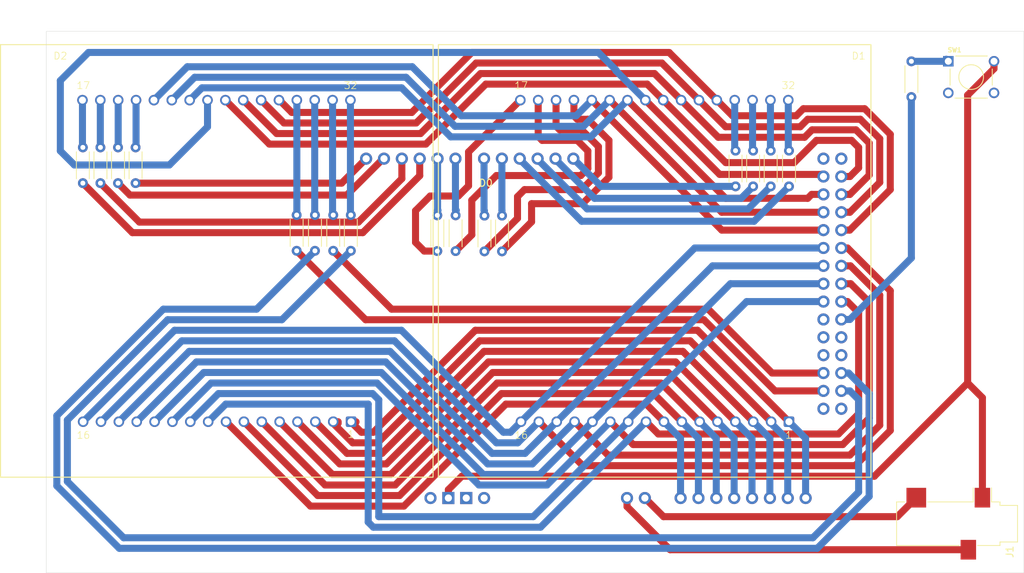
<source format=kicad_pcb>
(kicad_pcb (version 20240108) (generator "pcbnew") (generator_version "8.0")
  (layers (0 "F.Cu" signal) (31 "B.Cu" signal) (34 "B.Paste" user) (35 "F.Paste" user) (36 "B.SilkS" user "B.Silkscreen") (37 "F.SilkS" user "F.Silkscreen") (38 "B.Mask" user) (39 "F.Mask" user) (44 "Edge.Cuts" user))
  (net 0 "")
  (net 1 "Net-(D2-R4)")
  (net 2 "Net-(D2-R2)")
  (net 3 "Net-(D2-R5)")
  (net 4 "Net-(D1-R7)")
  (net 5 "Net-(D1-R3)")
  (net 6 "Net-(D1-R8)")
  (net 7 "/D12")
  (net 8 "Net-(D1-R5)")
  (net 9 "/D7")
  (net 11 "Net-(D1-R4)")
  (net 12 "/D5")
  (net 13 "Net-(D2-R3)")
  (net 14 "Net-(D2-R1)")
  (net 15 "Net-(D2-R8)")
  (net 16 "Net-(D2-R6)")
  (net 17 "Net-(D1-R6)")
  (net 18 "Net-(D2-R7)")
  (net 21 "/D35")
  (net 22 "/D10")
  (net 23 "/D11")
  (net 25 "/A13")
  (net 27 "/D25")
  (net 28 "/D29")
  (net 29 "/A15")
  (net 31 "/D37")
  (net 32 "/GND")
  (net 33 "/D2")
  (net 34 "/A9")
  (net 36 "/A12")
  (net 38 "/D9")
  (net 39 "/D44")
  (net 40 "/A10")
  (net 41 "/D26")
  (net 44 "/A7")
  (net 45 "/D24")
  (net 46 "/D47")
  (net 48 "/D22")
  (net 49 "/D3")
  (net 50 "/D46")
  (net 51 "/D45")
  (net 52 "/D36")
  (net 53 "/D32")
  (net 54 "/D31")
  (net 55 "/D27")
  (net 56 "Net-(D1-R1)")
  (net 57 "Net-(D1-R2)")
  (net 58 "/D28")
  (net 59 "/A8")
  (net 60 "/D8")
  (net 61 "/A14")
  (net 62 "/D33")
  (net 64 "/D34")
  (net 65 "Net-(R17-Pad1)")
  (net 66 "/D6")
  (net 67 "/A11")
  (net 68 "/D23")
  (net 69 "/D13")
  (net 70 "/D4")
  (net 71 "/D30")
  (net 72 "/A6")
  (net 73 "/D39")
  (footprint "Resistor_THT:R_Axial_DIN0204_L3.6mm_D1.6mm_P5.08mm_Horizontal" (layer "F.Cu") (at 225.5 105.46 -90)
    (property "Reference" "R6" (hide yes))
    (property "Value" "110Ω" (hide yes))
  )
  (footprint "Resistor_THT:R_Axial_DIN0204_L3.6mm_D1.6mm_P5.08mm_Horizontal" (layer "F.Cu") (at 248 92.76 -90)
    (property "Reference" "R17" (hide yes))
    (property "Value" "10KΩ" (hide yes))
  )
  (footprint "Resistor_THT:R_Axial_DIN0204_L3.6mm_D1.6mm_P5.08mm_Horizontal" (layer "F.Cu") (at 165.8 114.62 -90)
    (property "Reference" "R15" (hide yes))
    (property "Value" "110Ω" (hide yes))
  )
  (footprint "Connector_Audio:Jack_3.5mm_CUI_SJ-3523-SMT_Horizontal" (layer "F.Cu") (at 254.5 158.5 -90)
    (property "Reference" "J1")
    (property "Value" "Barrel_Jack")
  )
  (footprint "Resistor_THT:R_Axial_DIN0204_L3.6mm_D1.6mm_P5.08mm_Horizontal" (layer "F.Cu") (at 130.2 105 -90)
    (property "Reference" "R9" (hide yes))
    (property "Value" "110Ω" (hide yes))
  )
  (footprint "Resistor_THT:R_Axial_DIN0204_L3.6mm_D1.6mm_P5.08mm_Horizontal" (layer "F.Cu") (at 135.2 105 -90)
    (property "Reference" "R11" (hide yes))
    (property "Value" "110Ω" (hide yes))
  )
  (footprint "Resistor_THT:R_Axial_DIN0204_L3.6mm_D1.6mm_P5.08mm_Horizontal" (layer "F.Cu") (at 230.6 105.46 -90)
    (property "Reference" "R8" (hide yes))
    (property "Value" "110Ω" (hide yes))
  )
  (footprint "Resistor_THT:R_Axial_DIN0204_L3.6mm_D1.6mm_P5.08mm_Horizontal" (layer "F.Cu") (at 180.6 119.74 90)
    (property "Reference" "R1" (hide yes))
    (property "Value" "110Ω" (hide yes))
  )
  (footprint "Resistor_THT:R_Axial_DIN0204_L3.6mm_D1.6mm_P5.08mm_Horizontal" (layer "F.Cu") (at 187.3 119.78 90)
    (property "Reference" "R3" (hide yes))
    (property "Value" "110Ω" (hide yes))
  )
  (footprint "LED Matrix:ORM-2388ARGB-L" (layer "F.Cu") (at 149.245037 92.389543)
    (property "Reference" "D2")
    (property "Value" "ORM-2388ARGB-L")
  )
  (footprint "Resistor_THT:R_Axial_DIN0204_L3.6mm_D1.6mm_P5.08mm_Horizontal" (layer "F.Cu") (at 137.7 105 -90)
    (property "Reference" "R12" (hide yes))
    (property "Value" "110Ω" (hide yes))
  )
  (footprint "Resistor_THT:R_Axial_DIN0204_L3.6mm_D1.6mm_P5.08mm_Horizontal" (layer "F.Cu") (at 160.6 114.62 -90)
    (property "Reference" "R13" (hide yes))
    (property "Value" "110Ω" (hide yes))
  )
  (footprint "Resistor_THT:R_Axial_DIN0204_L3.6mm_D1.6mm_P5.08mm_Horizontal" (layer "F.Cu") (at 183.2 119.74 90)
    (property "Reference" "R2" (hide yes))
    (property "Value" "110Ω" (hide yes))
  )
  (footprint "Resistor_THT:R_Axial_DIN0204_L3.6mm_D1.6mm_P5.08mm_Horizontal" (layer "F.Cu") (at 223 105.46 -90)
    (property "Reference" "R5" (hide yes))
    (property "Value" "110Ω" (hide yes))
  )
  (footprint "Resistor_THT:R_Axial_DIN0204_L3.6mm_D1.6mm_P5.08mm_Horizontal" (layer "F.Cu") (at 163.2 114.62 -90)
    (property "Reference" "R14" (hide yes))
    (property "Value" "110Ω" (hide yes))
  )
  (footprint "Resistor_THT:R_Axial_DIN0204_L3.6mm_D1.6mm_P5.08mm_Horizontal" (layer "F.Cu") (at 189.8 119.78 90)
    (property "Reference" "R4" (hide yes))
    (property "Value" "110Ω" (hide yes))
  )
  (footprint "Button_Switch_THT:SW_1825910-6-4" (layer "F.Cu") (at 256.5 95)
    (property "Reference" "SW1")
    (property "Value" "SW_Push")
  )
  (footprint "Resistor_THT:R_Axial_DIN0204_L3.6mm_D1.6mm_P5.08mm_Horizontal" (layer "F.Cu") (at 132.7 105 -90)
    (property "Reference" "R10" (hide yes))
    (property "Value" "110Ω" (hide yes))
  )
  (footprint "Resistor_THT:R_Axial_DIN0204_L3.6mm_D1.6mm_P5.08mm_Horizontal" (layer "F.Cu") (at 168.3 114.62 -90)
    (property "Reference" "R16" (hide yes))
    (property "Value" "110Ω" (hide yes))
  )
  (footprint "Resistor_THT:R_Axial_DIN0204_L3.6mm_D1.6mm_P5.08mm_Horizontal" (layer "F.Cu") (at 228 105.46 -90)
    (property "Reference" "R7" (hide yes))
    (property "Value" "110Ω" (hide yes))
  )
  (footprint "LED Matrix:ORM-2388ARGB-L" (layer "F.Cu") (at 211.5 92.389543)
    (property "Reference" "D1")
    (property "Value" "ORM-2388ARGB-L")
  )
  (footprint "Arduino:Arduino_Mega2560_R3_Shield" (layer "F.Cu") (at 141.52 157.4)
    (property "Reference" "A1" (hide yes))
    (property "Value" "Arduino_Mega2560_R3_Shield")
  )
  (gr_rect (start 125 88.5) (end 264 165.5) (stroke (width 0.05)) (fill none) (layer "Edge.Cuts"))
  (segment (start 137.765037 98.279543) (end 137.765037 104.934963) (width 1) (layer "B.Cu") (net 1))
  (segment (start 132.685037 98.279543) (end 132.685037 104.985037) (width 1) (layer "B.Cu") (net 2))
  (segment (start 160.625037 98.279543) (end 160.625037 114.594963) (width 1) (layer "B.Cu") (net 3))
  (segment (start 160.625037 114.594963) (end 160.6 114.62) (width 1) (layer "B.Cu") (net 3))
  (segment (start 227.96 105.42) (end 228 105.46) (width 1) (layer "B.Cu") (net 4))
  (segment (start 227.96 98.279543) (end 227.96 105.42) (width 1) (layer "B.Cu") (net 4))
  (segment (start 203.5 104.87868) (end 201.12132 102.5) (width 1) (layer "F.Cu") (net 5))
  (segment (start 201.12132 102.5) (end 198 102.5) (width 1) (layer "F.Cu") (net 5))
  (segment (start 193 111) (end 201.12132 111) (width 1) (layer "F.Cu") (net 5))
  (segment (start 201.12132 111) (end 203.5 108.62132) (width 1) (layer "F.Cu") (net 5))
  (segment (start 192 115.08) (end 192 112) (width 1) (layer "F.Cu") (net 5))
  (segment (start 192 112) (end 193 111) (width 1) (layer "F.Cu") (net 5))
  (segment (start 187.3 119.78) (end 192 115.08) (width 1) (layer "F.Cu") (net 5))
  (segment (start 203.5 108.62132) (end 203.5 104.87868) (width 1) (layer "F.Cu") (net 5))
  (segment (start 198 102.5) (end 197.48 101.98) (width 1) (layer "F.Cu") (net 5))
  (segment (start 197.48 101.98) (end 197.48 98.279543) (width 1) (layer "F.Cu") (net 5))
  (segment (start 230.5 98.279543) (end 230.5 105.36) (width 1) (layer "B.Cu") (net 6))
  (segment (start 230.5 105.36) (end 230.6 105.46) (width 1) (layer "B.Cu") (net 6))
  (segment (start 135.2 110.08) (end 136.9 111.78) (width 1) (layer "F.Cu") (net 7))
  (segment (start 136.9 111.78) (end 167.72 111.78) (width 1) (layer "F.Cu") (net 7))
  (segment (start 167.72 111.78) (end 173.016 106.484) (width 1) (layer "F.Cu") (net 7))
  (segment (start 222.88 105.34) (end 223 105.46) (width 1) (layer "B.Cu") (net 8))
  (segment (start 222.88 98.279543) (end 222.88 105.34) (width 1) (layer "B.Cu") (net 8))
  (segment (start 187.24 113.94) (end 187.3 114) (width 1) (layer "B.Cu") (net 9))
  (segment (start 187.24 106.6) (end 187.24 113.94) (width 1) (layer "B.Cu") (net 9))
  (segment (start 189.8 119.78) (end 194 115.58) (width 1) (layer "F.Cu") (net 11))
  (segment (start 202 101) (end 200.5 101) (width 1) (layer "F.Cu") (net 11))
  (segment (start 205 109.24264) (end 205 104) (width 1) (layer "F.Cu") (net 11))
  (segment (start 194 113) (end 201.24264 113) (width 1) (layer "F.Cu") (net 11))
  (segment (start 194 115.58) (end 194 113) (width 1) (layer "F.Cu") (net 11))
  (segment (start 200.02 100.52) (end 200.02 98.279543) (width 1) (layer "F.Cu") (net 11))
  (segment (start 205 104) (end 202 101) (width 1) (layer "F.Cu") (net 11))
  (segment (start 200.5 101) (end 200.02 100.52) (width 1) (layer "F.Cu") (net 11))
  (segment (start 201.24264 113) (end 205 109.24264) (width 1) (layer "F.Cu") (net 11))
  (segment (start 192.32 106.695529) (end 192.32 106.6) (width 1) (layer "B.Cu") (net 12))
  (segment (start 230.6 110.54) (end 225.64 115.5) (width 1) (layer "B.Cu") (net 12))
  (segment (start 201.124471 115.5) (end 192.32 106.695529) (width 1) (layer "B.Cu") (net 12))
  (segment (start 225.64 115.5) (end 201.124471 115.5) (width 1) (layer "B.Cu") (net 12))
  (segment (start 135.225037 98.279543) (end 135.225037 104.974963) (width 1) (layer "B.Cu") (net 13))
  (segment (start 130.145037 98.279543) (end 130.145037 104.945037) (width 1) (layer "B.Cu") (net 14))
  (segment (start 168.245037 114.565037) (end 168.3 114.62) (width 1) (layer "B.Cu") (net 15))
  (segment (start 168.245037 98.279543) (end 168.245037 114.565037) (width 1) (layer "B.Cu") (net 15))
  (segment (start 163.165037 114.585037) (end 163.2 114.62) (width 1) (layer "B.Cu") (net 16))
  (segment (start 163.165037 98.279543) (end 163.165037 114.585037) (width 1) (layer "B.Cu") (net 16))
  (segment (start 225.42 98.279543) (end 225.42 105.38) (width 1) (layer "B.Cu") (net 17))
  (segment (start 225.42 105.38) (end 225.5 105.46) (width 1) (layer "B.Cu") (net 17))
  (segment (start 165.705037 98.279543) (end 165.705037 114.525037) (width 1) (layer "B.Cu") (net 18))
  (segment (start 165.705037 114.525037) (end 165.8 114.62) (width 1) (layer "B.Cu") (net 18))
  (segment (start 208.444963 147.25) (end 238.25 147.25) (width 1) (layer "F.Cu") (net 21))
  (segment (start 239.38 124.38) (end 238.04 124.38) (width 1) (layer "F.Cu") (net 21))
  (segment (start 242 143.5) (end 242 127) (width 1) (layer "F.Cu") (net 21))
  (segment (start 238.25 147.25) (end 242 143.5) (width 1) (layer "F.Cu") (net 21))
  (segment (start 205.194963 144) (end 208.444963 147.25) (width 1) (layer "F.Cu") (net 21))
  (segment (start 242 127) (end 239.38 124.38) (width 1) (layer "F.Cu") (net 21))
  (segment (start 148.44 138.5) (end 172.01472 138.5) (width 1) (layer "B.Cu") (net 21))
  (segment (start 142.94 144) (end 148.44 138.5) (width 1) (layer "B.Cu") (net 21))
  (segment (start 172.01472 138.5) (end 186.51472 153) (width 1) (layer "B.Cu") (net 21))
  (segment (start 186.51472 153) (end 196.194963 153) (width 1) (layer "B.Cu") (net 21))
  (segment (start 196.194963 153) (end 205.194963 144) (width 1) (layer "B.Cu") (net 21))
  (segment (start 178.096 109.02532) (end 178.096 106.6) (width 1) (layer "F.Cu") (net 22))
  (segment (start 137.24 117.12) (end 170.00132 117.12) (width 1) (layer "F.Cu") (net 22))
  (segment (start 170.00132 117.12) (end 178.096 109.02532) (width 1) (layer "F.Cu") (net 22))
  (segment (start 130.2 110.08) (end 137.24 117.12) (width 1) (layer "F.Cu") (net 22))
  (segment (start 132.7 110.08) (end 138.24 115.62) (width 1) (layer "F.Cu") (net 23))
  (segment (start 138.24 115.62) (end 169.38 115.62) (width 1) (layer "F.Cu") (net 23))
  (segment (start 169.38 115.62) (end 175.556 109.444) (width 1) (layer "F.Cu") (net 23))
  (segment (start 175.556 109.444) (end 175.556 106.6) (width 1) (layer "F.Cu") (net 23))
  (segment (start 225.514963 144) (end 215.514963 134) (width 1) (layer "F.Cu") (net 25))
  (segment (start 167.76 148.5) (end 163.26 144) (width 1) (layer "F.Cu") (net 25))
  (segment (start 187.24264 134) (end 172.74264 148.5) (width 1) (layer "F.Cu") (net 25))
  (segment (start 215.514963 134) (end 187.24264 134) (width 1) (layer "F.Cu") (net 25))
  (segment (start 172.74264 148.5) (end 167.76 148.5) (width 1) (layer "F.Cu") (net 25))
  (segment (start 225.514963 144) (end 227.88 146.365037) (width 1) (layer "B.Cu") (net 25))
  (segment (start 227.88 146.365037) (end 227.88 154.16) (width 1) (layer "B.Cu") (net 25))
  (segment (start 220.541117 103.56066) (end 232.81802 103.56066) (width 1) (layer "F.Cu") (net 27))
  (segment (start 239.261314 111.68) (end 238.04 111.68) (width 1) (layer "F.Cu") (net 27))
  (segment (start 178.213097 103.029543) (end 186.74264 94.5) (width 1) (layer "F.Cu") (net 27))
  (segment (start 232.81802 103.56066) (end 233.87868 102.5) (width 1) (layer "F.Cu") (net 27))
  (segment (start 186.74264 94.5) (end 211.480457 94.5) (width 1) (layer "F.Cu") (net 27))
  (segment (start 211.480457 94.5) (end 215.26 98.279543) (width 1) (layer "F.Cu") (net 27))
  (segment (start 242 108.941314) (end 239.261314 111.68) (width 1) (layer "F.Cu") (net 27))
  (segment (start 242 104.37868) (end 242 108.941314) (width 1) (layer "F.Cu") (net 27))
  (segment (start 240.12132 102.5) (end 242 104.37868) (width 1) (layer "F.Cu") (net 27))
  (segment (start 233.87868 102.5) (end 240.12132 102.5) (width 1) (layer "F.Cu") (net 27))
  (segment (start 215.26 98.279543) (end 220.541117 103.56066) (width 1) (layer "F.Cu") (net 27))
  (segment (start 153.005037 98.279543) (end 157.755037 103.029543) (width 1) (layer "F.Cu") (net 27))
  (segment (start 157.755037 103.029543) (end 178.213097 103.029543) (width 1) (layer "F.Cu") (net 27))
  (segment (start 176.970457 100.029543) (end 185.5 91.5) (width 1) (layer "F.Cu") (net 28))
  (segment (start 158.279543 98.408923) (end 159.900163 100.029543) (width 1) (layer "F.Cu") (net 28))
  (segment (start 158.085037 98.279543) (end 158.279543 98.279543) (width 1) (layer "F.Cu") (net 28))
  (segment (start 231.63604 100.5) (end 232.63604 99.5) (width 1) (layer "F.Cu") (net 28))
  (segment (start 213.560457 91.5) (end 220.34 98.279543) (width 1) (layer "F.Cu") (net 28))
  (segment (start 220.34 98.279543) (end 222.560457 100.5) (width 1) (layer "F.Cu") (net 28))
  (segment (start 245 103.13604) (end 245 111) (width 1) (layer "F.Cu") (net 28))
  (segment (start 239.24 116.76) (end 238.04 116.76) (width 1) (layer "F.Cu") (net 28))
  (segment (start 232.63604 99.5) (end 241.36396 99.5) (width 1) (layer "F.Cu") (net 28))
  (segment (start 158.279543 98.279543) (end 158.279543 98.408923) (width 1) (layer "F.Cu") (net 28))
  (segment (start 245 111) (end 239.24 116.76) (width 1) (layer "F.Cu") (net 28))
  (segment (start 222.560457 100.5) (end 231.63604 100.5) (width 1) (layer "F.Cu") (net 28))
  (segment (start 159.900163 100.029543) (end 176.970457 100.029543) (width 1) (layer "F.Cu") (net 28))
  (segment (start 241.36396 99.5) (end 245 103.13604) (width 1) (layer "F.Cu") (net 28))
  (segment (start 185.5 91.5) (end 213.560457 91.5) (width 1) (layer "F.Cu") (net 28))
  (segment (start 169.8 145.5) (end 171.5 145.5) (width 1) (layer "F.Cu") (net 29))
  (segment (start 169.04 144) (end 169.04 144.04) (width 1) (layer "F.Cu") (net 29))
  (segment (start 186 131) (end 217.594963 131) (width 1) (layer "F.Cu") (net 29))
  (segment (start 171.5 145.5) (end 186 131) (width 1) (layer "F.Cu") (net 29))
  (segment (start 168.34 144.04) (end 169.8 145.5) (width 1) (layer "F.Cu") (net 29))
  (segment (start 217.594963 131) (end 230.594963 144) (width 1) (layer "F.Cu") (net 29))
  (segment (start 230.594963 144) (end 232.96 146.365037) (width 1) (layer "B.Cu") (net 29))
  (segment (start 232.96 146.365037) (end 232.96 154.16) (width 1) (layer "B.Cu") (net 29))
  (segment (start 238.92 126.92) (end 238.04 126.92) (width 1) (layer "F.Cu") (net 31))
  (segment (start 210.274963 144) (end 212.024963 145.75) (width 1) (layer "F.Cu") (net 31))
  (segment (start 240.5 142.87868) (end 240.5 128.5) (width 1) (layer "F.Cu") (net 31))
  (segment (start 212.024963 145.75) (end 237.62868 145.75) (width 1) (layer "F.Cu") (net 31))
  (segment (start 237.62868 145.75) (end 240.5 142.87868) (width 1) (layer "F.Cu") (net 31))
  (segment (start 240.5 128.5) (end 238.92 126.92) (width 1) (layer "F.Cu") (net 31))
  (segment (start 171.5 159) (end 195.274963 159) (width 1) (layer "B.Cu") (net 31))
  (segment (start 148.02 144) (end 150.52 141.5) (width 1) (layer "B.Cu") (net 31))
  (segment (start 170.77208 158.27208) (end 171.5 159) (width 1) (layer "B.Cu") (net 31))
  (segment (start 170.77208 141.5) (end 170.77208 158.27208) (width 1) (layer "B.Cu") (net 31))
  (segment (start 195.274963 159) (end 210.274963 144) (width 1) (layer "B.Cu") (net 31))
  (segment (start 150.52 141.5) (end 170.77208 141.5) (width 1) (layer "B.Cu") (net 31))
  (segment (start 259.75 92.75) (end 259.75 93.809245) (width 1) (layer "F.Cu") (net 32))
  (segment (start 256 97.559245) (end 256 138.49264) (width 1) (layer "F.Cu") (net 32))
  (segment (start 184.0828 151.75) (end 242.74264 151.75) (width 1) (layer "F.Cu") (net 32))
  (segment (start 258.1 153.3) (end 258.1 140.59264) (width 1) (layer "F.Cu") (net 32))
  (segment (start 182.17 153.6628) (end 184.0828 151.75) (width 1) (layer "F.Cu") (net 32))
  (segment (start 242.74264 151.75) (end 256 138.49264) (width 1) (layer "F.Cu") (net 32))
  (segment (start 258.1 140.59264) (end 256 138.49264) (width 1) (layer "F.Cu") (net 32))
  (segment (start 259.75 93.809245) (end 256 97.559245) (width 1) (layer "F.Cu") (net 32))
  (segment (start 182.17 154.85) (end 182.17 153.6628) (width 1) (layer "F.Cu") (net 32))
  (segment (start 203.88 110.54) (end 199.94 106.6) (width 1) (layer "B.Cu") (net 33))
  (segment (start 223 110.54) (end 203.88 110.54) (width 1) (layer "B.Cu") (net 33))
  (segment (start 189.72792 140) (end 175.22792 154.5) (width 1) (layer "F.Cu") (net 34))
  (segment (start 175.22792 154.5) (end 163.6 154.5) (width 1) (layer "F.Cu") (net 34))
  (segment (start 215.354963 144) (end 211.354963 140) (width 1) (layer "F.Cu") (net 34))
  (segment (start 211.354963 140) (end 189.72792 140) (width 1) (layer "F.Cu") (net 34))
  (segment (start 163.6 154.5) (end 153.1 144) (width 1) (layer "F.Cu") (net 34))
  (segment (start 217.72 146.365037) (end 217.72 154.16) (width 1) (layer "B.Cu") (net 34))
  (segment (start 215.354963 144) (end 217.72 146.365037) (width 1) (layer "B.Cu") (net 34))
  (segment (start 187.86396 135.5) (end 173.36396 150) (width 1) (layer "F.Cu") (net 36))
  (segment (start 173.36396 150) (end 166.72 150) (width 1) (layer "F.Cu") (net 36))
  (segment (start 166.72 150) (end 160.72 144) (width 1) (layer "F.Cu") (net 36))
  (segment (start 222.974963 144) (end 214.474963 135.5) (width 1) (layer "F.Cu") (net 36))
  (segment (start 214.474963 135.5) (end 187.86396 135.5) (width 1) (layer "F.Cu") (net 36))
  (segment (start 225.34 146.365037) (end 225.34 154.16) (width 1) (layer "B.Cu") (net 36))
  (segment (start 222.974963 144) (end 225.34 146.365037) (width 1) (layer "B.Cu") (net 36))
  (segment (start 180.636 113.924) (end 180.6 113.96) (width 1) (layer "B.Cu") (net 38))
  (segment (start 180.636 113.896) (end 180.7 113.96) (width 1) (layer "B.Cu") (net 38))
  (segment (start 180.636 106.6) (end 180.636 113.924) (width 1) (layer "B.Cu") (net 38))
  (segment (start 219.12132 128) (end 228.20132 137.08) (width 1) (layer "F.Cu") (net 39))
  (segment (start 165.8 119.7) (end 174.1 128) (width 1) (layer "F.Cu") (net 39))
  (segment (start 228.20132 137.08) (end 235.5 137.08) (width 1) (layer "F.Cu") (net 39))
  (segment (start 174.1 128) (end 219.12132 128) (width 1) (layer "F.Cu") (net 39))
  (segment (start 235.42 137) (end 235.5 137.08) (width 1) (layer "B.Cu") (net 39))
  (segment (start 189.1066 138.5) (end 174.6066 153) (width 1) (layer "F.Cu") (net 40))
  (segment (start 164.64 153) (end 155.64 144) (width 1) (layer "F.Cu") (net 40))
  (segment (start 174.6066 153) (end 164.64 153) (width 1) (layer "F.Cu") (net 40))
  (segment (start 217.894963 144) (end 212.394963 138.5) (width 1) (layer "F.Cu") (net 40))
  (segment (start 212.394963 138.5) (end 189.1066 138.5) (width 1) (layer "F.Cu") (net 40))
  (segment (start 220.26 146.365037) (end 220.26 154.16) (width 1) (layer "B.Cu") (net 40))
  (segment (start 217.894963 144) (end 220.26 146.365037) (width 1) (layer "B.Cu") (net 40))
  (segment (start 205.1 98.279543) (end 221.040457 114.22) (width 1) (layer "F.Cu") (net 41))
  (segment (start 221.040457 114.22) (end 235.5 114.22) (width 1) (layer "F.Cu") (net 41))
  (segment (start 183.12132 102) (end 176.150863 95.029543) (width 1) (layer "B.Cu") (net 41))
  (segment (start 146.095037 95.029543) (end 142.845037 98.279543) (width 1) (layer "B.Cu") (net 41))
  (segment (start 176.150863 95.029543) (end 146.095037 95.029543) (width 1) (layer "B.Cu") (net 41))
  (segment (start 183.12132 102) (end 201.379543 102) (width 1) (layer "B.Cu") (net 41))
  (segment (start 201.379543 102) (end 205.1 98.279543) (width 1) (layer "B.Cu") (net 41))
  (segment (start 212.76 157.5) (end 210.11 154.85) (width 1) (layer "F.Cu") (net 44))
  (segment (start 248.7 154.8) (end 246 157.5) (width 1) (layer "F.Cu") (net 44))
  (segment (start 246 157.5) (end 212.76 157.5) (width 1) (layer "F.Cu") (net 44))
  (segment (start 233.82 111.68) (end 235.5 111.68) (width 1) (layer "F.Cu") (net 45))
  (segment (start 233.26 112.24) (end 233.82 111.68) (width 1) (layer "F.Cu") (net 45))
  (segment (start 207.64 98.279543) (end 221.600457 112.24) (width 1) (layer "F.Cu") (net 45))
  (segment (start 221.600457 112.24) (end 233.26 112.24) (width 1) (layer "F.Cu") (net 45))
  (segment (start 147.135037 96.529543) (end 145.385037 98.279543) (width 1) (layer "B.Cu") (net 45))
  (segment (start 202.419543 103.5) (end 207.64 98.279543) (width 1) (layer "B.Cu") (net 45))
  (segment (start 182.5 103.5) (end 175.529543 96.529543) (width 1) (layer "B.Cu") (net 45))
  (segment (start 175.529543 96.529543) (end 147.135037 96.529543) (width 1) (layer "B.Cu") (net 45))
  (segment (start 182.5 103.5) (end 202.419543 103.5) (width 1) (layer "B.Cu") (net 45))
  (segment (start 168.3 119.7) (end 158.5 129.5) (width 1) (layer "B.Cu") (net 46))
  (segment (start 234 160.5) (end 240.5 154) (width 1) (layer "B.Cu") (net 46))
  (segment (start 128 143.765126) (end 128 152.5) (width 1) (layer "B.Cu") (net 46))
  (segment (start 142.265126 129.5) (end 128 143.765126) (width 1) (layer "B.Cu") (net 46))
  (segment (start 240.5 140.858686) (end 239.261314 139.62) (width 1) (layer "B.Cu") (net 46))
  (segment (start 158.5 129.5) (end 142.265126 129.5) (width 1) (layer "B.Cu") (net 46))
  (segment (start 128 152.5) (end 136 160.5) (width 1) (layer "B.Cu") (net 46))
  (segment (start 239.261314 139.62) (end 238.04 139.62) (width 1) (layer "B.Cu") (net 46))
  (segment (start 136 160.5) (end 234 160.5) (width 1) (layer "B.Cu") (net 46))
  (segment (start 240.5 154) (end 240.5 140.858686) (width 1) (layer "B.Cu") (net 46))
  (segment (start 220.740457 108.84) (end 235.2 108.84) (width 1) (layer "F.Cu") (net 48))
  (segment (start 210.18 98.279543) (end 220.740457 108.84) (width 1) (layer "F.Cu") (net 48))
  (segment (start 235.2 108.84) (end 235.5 109.14) (width 1) (layer "F.Cu") (net 48))
  (segment (start 206 94) (end 203.5 91.5) (width 1) (layer "B.Cu") (net 48))
  (segment (start 210.18 98.279543) (end 206 94.099543) (width 1) (layer "B.Cu") (net 48))
  (segment (start 147.925037 102.074963) (end 147.925037 98.279543) (width 1) (layer "B.Cu") (net 48))
  (segment (start 142.5 107.5) (end 147.925037 102.074963) (width 1) (layer "B.Cu") (net 48))
  (segment (start 127 105.5) (end 129 107.5) (width 1) (layer "B.Cu") (net 48))
  (segment (start 129 107.5) (end 142.5 107.5) (width 1) (layer "B.Cu") (net 48))
  (segment (start 131 91.5) (end 127 95.5) (width 1) (layer "B.Cu") (net 48))
  (segment (start 206 94.099543) (end 206 94) (width 1) (layer "B.Cu") (net 48))
  (segment (start 127 95.5) (end 127 105.5) (width 1) (layer "B.Cu") (net 48))
  (segment (start 203.5 91.5) (end 131 91.5) (width 1) (layer "B.Cu") (net 48))
  (segment (start 223.8 112.24) (end 202.944471 112.24) (width 1) (layer "B.Cu") (net 49))
  (segment (start 225.5 110.54) (end 223.8 112.24) (width 1) (layer "B.Cu") (net 49))
  (segment (start 197.4 106.695529) (end 197.4 106.6) (width 1) (layer "B.Cu") (net 49))
  (segment (start 202.944471 112.24) (end 197.4 106.695529) (width 1) (layer "B.Cu") (net 49))
  (segment (start 228.62 139.62) (end 235.5 139.62) (width 1) (layer "F.Cu") (net 50))
  (segment (start 160.6 119.7) (end 170.4 129.5) (width 1) (layer "F.Cu") (net 50))
  (segment (start 218.5 129.5) (end 228.62 139.62) (width 1) (layer "F.Cu") (net 50))
  (segment (start 170.4 129.5) (end 218.5 129.5) (width 1) (layer "F.Cu") (net 50))
  (segment (start 235.38 139.5) (end 235.5 139.62) (width 1) (layer "B.Cu") (net 50))
  (segment (start 234.62132 162) (end 242 154.62132) (width 1) (layer "B.Cu") (net 51))
  (segment (start 141.643806 128) (end 126.5 143.143806) (width 1) (layer "B.Cu") (net 51))
  (segment (start 135.37868 162) (end 234.62132 162) (width 1) (layer "B.Cu") (net 51))
  (segment (start 154.9 128) (end 141.643806 128) (width 1) (layer "B.Cu") (net 51))
  (segment (start 126.5 143.143806) (end 126.5 153.12132) (width 1) (layer "B.Cu") (net 51))
  (segment (start 163.2 119.7) (end 154.9 128) (width 1) (layer "B.Cu") (net 51))
  (segment (start 126.5 153.12132) (end 135.37868 162) (width 1) (layer "B.Cu") (net 51))
  (segment (start 242 154.62132) (end 242 140) (width 1) (layer "B.Cu") (net 51))
  (segment (start 239.08 137.08) (end 238.04 137.08) (width 1) (layer "B.Cu") (net 51))
  (segment (start 242 140) (end 239.08 137.08) (width 1) (layer "B.Cu") (net 51))
  (segment (start 172.27208 157.5) (end 194.234963 157.5) (width 1) (layer "B.Cu") (net 52))
  (segment (start 194.234963 157.5) (end 207.734963 144) (width 1) (layer "B.Cu") (net 52))
  (segment (start 224.58 126.92) (end 235.5 126.92) (width 1) (layer "B.Cu") (net 52))
  (segment (start 207.734963 144) (end 207.734963 143.765037) (width 1) (layer "B.Cu") (net 52))
  (segment (start 149.48 140) (end 171.3934 140) (width 1) (layer "B.Cu") (net 52))
  (segment (start 145.48 144) (end 149.48 140) (width 1) (layer "B.Cu") (net 52))
  (segment (start 207.734963 143.765037) (end 224.58 126.92) (width 1) (layer "B.Cu") (net 52))
  (segment (start 172.27208 140.87868) (end 172.27208 157.5) (width 1) (layer "B.Cu") (net 52))
  (segment (start 171.3934 140) (end 172.27208 140.87868) (width 1) (layer "B.Cu") (net 52))
  (segment (start 135.32 144) (end 145.32 134) (width 1) (layer "B.Cu") (net 53))
  (segment (start 197.574963 144) (end 219.734963 121.84) (width 1) (layer "B.Cu") (net 53))
  (segment (start 219.734963 121.84) (end 235.5 121.84) (width 1) (layer "B.Cu") (net 53))
  (segment (start 145.32 134) (end 173.87868 134) (width 1) (layer "B.Cu") (net 53))
  (segment (start 173.87868 134) (end 188.37868 148.5) (width 1) (layer "B.Cu") (net 53))
  (segment (start 193.074963 148.5) (end 197.574963 144) (width 1) (layer "B.Cu") (net 53))
  (segment (start 188.37868 148.5) (end 193.074963 148.5) (width 1) (layer "B.Cu") (net 53))
  (segment (start 245 145.25) (end 245 125.37868) (width 1) (layer "F.Cu") (net 54))
  (segment (start 238.92132 119.3) (end 238.04 119.3) (width 1) (layer "F.Cu") (net 54))
  (segment (start 240 150.25) (end 245 145.25) (width 1) (layer "F.Cu") (net 54))
  (segment (start 195.034963 144) (end 201.284963 150.25) (width 1) (layer "F.Cu") (net 54))
  (segment (start 201.284963 150.25) (end 240 150.25) (width 1) (layer "F.Cu") (net 54))
  (segment (start 245 125.37868) (end 238.92132 119.3) (width 1) (layer "F.Cu") (net 54))
  (segment (start 174.5 132.5) (end 144.28 132.5) (width 1) (layer "B.Cu") (net 54))
  (segment (start 195.034963 144) (end 192.034963 147) (width 1) (layer "B.Cu") (net 54))
  (segment (start 144.28 132.5) (end 132.78 144) (width 1) (layer "B.Cu") (net 54))
  (segment (start 189 147) (end 174.5 132.5) (width 1) (layer "B.Cu") (net 54))
  (segment (start 192.034963 147) (end 189 147) (width 1) (layer "B.Cu") (net 54))
  (segment (start 158.795037 101.529543) (end 177.591777 101.529543) (width 1) (layer "F.Cu") (net 55))
  (segment (start 217.8 98.279543) (end 221.581117 102.06066) (width 1) (layer "F.Cu") (net 55))
  (segment (start 177.591777 101.529543) (end 186.12132 93) (width 1) (layer "F.Cu") (net 55))
  (segment (start 217.8 98.279543) (end 212.520457 93) (width 1) (layer "F.Cu") (net 55))
  (segment (start 212.520457 93) (end 192.5 93) (width 1) (layer "F.Cu") (net 55))
  (segment (start 243.5 103.75736) (end 243.5 109.981314) (width 1) (layer "F.Cu") (net 55))
  (segment (start 233.25736 101) (end 240.74264 101) (width 1) (layer "F.Cu") (net 55))
  (segment (start 240.74264 101) (end 243.5 103.75736) (width 1) (layer "F.Cu") (net 55))
  (segment (start 186.12132 93) (end 192.5 93) (width 1) (layer "F.Cu") (net 55))
  (segment (start 232.1967 102.06066) (end 233.25736 101) (width 1) (layer "F.Cu") (net 55))
  (segment (start 221.581117 102.06066) (end 232.1967 102.06066) (width 1) (layer "F.Cu") (net 55))
  (segment (start 155.545037 98.279543) (end 158.795037 101.529543) (width 1) (layer "F.Cu") (net 55))
  (segment (start 239.261314 114.22) (end 238.04 114.22) (width 1) (layer "F.Cu") (net 55))
  (segment (start 243.5 109.981314) (end 239.261314 114.22) (width 1) (layer "F.Cu") (net 55))
  (segment (start 178.74 119.74) (end 177.5 118.5) (width 1) (layer "F.Cu") (net 56))
  (segment (start 185.0396 110.4604) (end 185.0396 105.639943) (width 1) (layer "F.Cu") (net 56))
  (segment (start 183.588471 111.911529) (end 185.0396 110.4604) (width 1) (layer "F.Cu") (net 56))
  (segment (start 179.588471 111.911529) (end 183.588471 111.911529) (width 1) (layer "F.Cu") (net 56))
  (segment (start 177.5 114) (end 179.588471 111.911529) (width 1) (layer "F.Cu") (net 56))
  (segment (start 177.5 118.5) (end 177.5 114) (width 1) (layer "F.Cu") (net 56))
  (segment (start 185.0396 105.639943) (end 192.4 98.279543) (width 1) (layer "F.Cu") (net 56))
  (segment (start 180.6 119.74) (end 178.74 119.74) (width 1) (layer "F.Cu") (net 56))
  (segment (start 194.94 103.44) (end 194.94 98.279543) (width 1) (layer "F.Cu") (net 57))
  (segment (start 189 109) (end 201 109) (width 1) (layer "F.Cu") (net 57))
  (segment (start 201 109) (end 202 108) (width 1) (layer "F.Cu") (net 57))
  (segment (start 202 105.5) (end 200.5 104) (width 1) (layer "F.Cu") (net 57))
  (segment (start 202 108) (end 202 105.5) (width 1) (layer "F.Cu") (net 57))
  (segment (start 200.5 104) (end 195.5 104) (width 1) (layer "F.Cu") (net 57))
  (segment (start 185.5 112.5) (end 189 109) (width 1) (layer "F.Cu") (net 57))
  (segment (start 195.5 104) (end 194.94 103.44) (width 1) (layer "F.Cu") (net 57))
  (segment (start 183.2 119.74) (end 185.5 117.44) (width 1) (layer "F.Cu") (net 57))
  (segment (start 185.5 117.44) (end 185.5 112.5) (width 1) (layer "F.Cu") (net 57))
  (segment (start 221.040457 116.76) (end 235.5 116.76) (width 1) (layer "F.Cu") (net 58))
  (segment (start 202.56 98.279543) (end 221.040457 116.76) (width 1) (layer "F.Cu") (net 58))
  (segment (start 184 100.5) (end 177.029543 93.529543) (width 1) (layer "B.Cu") (net 58))
  (segment (start 145.055037 93.529543) (end 140.305037 98.279543) (width 1) (layer "B.Cu") (net 58))
  (segment (start 200.339543 100.5) (end 202.56 98.279543) (width 1) (layer "B.Cu") (net 58))
  (segment (start 184 100.5) (end 200.339543 100.5) (width 1) (layer "B.Cu") (net 58))
  (segment (start 177.029543 93.529543) (end 145.055037 93.529543) (width 1) (layer "B.Cu") (net 58))
  (segment (start 190.34924 141.5) (end 175.84924 156) (width 1) (layer "F.Cu") (net 59))
  (segment (start 175.84924 156) (end 162.56 156) (width 1) (layer "F.Cu") (net 59))
  (segment (start 212.814963 144) (end 210.314963 141.5) (width 1) (layer "F.Cu") (net 59))
  (segment (start 162.56 156) (end 150.56 144) (width 1) (layer "F.Cu") (net 59))
  (segment (start 210.314963 141.5) (end 190.34924 141.5) (width 1) (layer "F.Cu") (net 59))
  (segment (start 212.814963 144) (end 215.18 146.365037) (width 1) (layer "B.Cu") (net 59))
  (segment (start 215.18 146.365037) (end 215.18 154.16) (width 1) (layer "B.Cu") (net 59))
  (segment (start 183.176 113.936) (end 183.2 113.96) (width 1) (layer "B.Cu") (net 60))
  (segment (start 183.176 106.6) (end 183.176 113.936) (width 1) (layer "B.Cu") (net 60))
  (segment (start 183.176 113.836) (end 183.3 113.96) (width 1) (layer "B.Cu") (net 60))
  (segment (start 186.62132 132.5) (end 172.12132 147) (width 1) (layer "F.Cu") (net 61))
  (segment (start 168.565306 147) (end 165.8 144.234694) (width 1) (layer "F.Cu") (net 61))
  (segment (start 166.5 144.234694) (end 166.5 144) (width 1) (layer "F.Cu") (net 61))
  (segment (start 172.12132 147) (end 168.565306 147) (width 1) (layer "F.Cu") (net 61))
  (segment (start 228.054963 144) (end 216.554963 132.5) (width 1) (layer "F.Cu") (net 61))
  (segment (start 228.054963 144) (end 228.054963 144.234694) (width 1) (layer "F.Cu") (net 61))
  (segment (start 216.554963 132.5) (end 186.62132 132.5) (width 1) (layer "F.Cu") (net 61))
  (segment (start 230.42 146.599731) (end 230.42 154.16) (width 1) (layer "B.Cu") (net 61))
  (segment (start 228.054963 144.234694) (end 230.42 146.599731) (width 1) (layer "B.Cu") (net 61))
  (segment (start 239.25 148.75) (end 243.5 144.5) (width 1) (layer "F.Cu") (net 62))
  (segment (start 204.864963 148.75) (end 239.25 148.75) (width 1) (layer "F.Cu") (net 62))
  (segment (start 243.5 144.5) (end 243.5 126) (width 1) (layer "F.Cu") (net 62))
  (segment (start 200.114963 144) (end 204.864963 148.75) (width 1) (layer "F.Cu") (net 62))
  (segment (start 239.34 121.84) (end 238.04 121.84) (width 1) (layer "F.Cu") (net 62))
  (segment (start 243.5 126) (end 239.34 121.84) (width 1) (layer "F.Cu") (net 62))
  (segment (start 173.25736 135.5) (end 187.75736 150) (width 1) (layer "B.Cu") (net 62))
  (segment (start 137.86 144) (end 146.36 135.5) (width 1) (layer "B.Cu") (net 62))
  (segment (start 146.36 135.5) (end 173.25736 135.5) (width 1) (layer "B.Cu") (net 62))
  (segment (start 187.75736 150) (end 194.114963 150) (width 1) (layer "B.Cu") (net 62))
  (segment (start 194.114963 150) (end 200.114963 144) (width 1) (layer "B.Cu") (net 62))
  (segment (start 172.63604 137) (end 187.13604 151.5) (width 1) (layer "B.Cu") (net 64))
  (segment (start 147.4 137) (end 172.63604 137) (width 1) (layer "B.Cu") (net 64))
  (segment (start 202.654963 144) (end 222.274963 124.38) (width 1) (layer "B.Cu") (net 64))
  (segment (start 187.13604 151.5) (end 195.154963 151.5) (width 1) (layer "B.Cu") (net 64))
  (segment (start 222.274963 124.38) (end 235.5 124.38) (width 1) (layer "B.Cu") (net 64))
  (segment (start 195.154963 151.5) (end 202.654963 144) (width 1) (layer "B.Cu") (net 64))
  (segment (start 140.4 144) (end 147.4 137) (width 1) (layer "B.Cu") (net 64))
  (segment (start 248 92.76) (end 253.24 92.76) (width 1) (layer "B.Cu") (net 65))
  (segment (start 253.24 92.76) (end 253.25 92.75) (width 1) (layer "B.Cu") (net 65))
  (segment (start 252.96 92.46) (end 253.25 92.75) (width 1) (layer "B.Cu") (net 65))
  (segment (start 189.78 113.98) (end 189.8 114) (width 1) (layer "B.Cu") (net 66))
  (segment (start 189.78 106.6) (end 189.78 113.98) (width 1) (layer "B.Cu") (net 66))
  (segment (start 173.98528 151.5) (end 165.68 151.5) (width 1) (layer "F.Cu") (net 67))
  (segment (start 188.48528 137) (end 173.98528 151.5) (width 1) (layer "F.Cu") (net 67))
  (segment (start 165.68 151.5) (end 158.18 144) (width 1) (layer "F.Cu") (net 67))
  (segment (start 220.434963 144) (end 213.434963 137) (width 1) (layer "F.Cu") (net 67))
  (segment (start 213.434963 137) (end 188.48528 137) (width 1) (layer "F.Cu") (net 67))
  (segment (start 220.434963 144) (end 222.8 146.365037) (width 1) (layer "B.Cu") (net 67))
  (segment (start 222.8 146.365037) (end 222.8 154.16) (width 1) (layer "B.Cu") (net 67))
  (segment (start 150.465037 98.279543) (end 156.715037 104.529543) (width 1) (layer "F.Cu") (net 68))
  (segment (start 240.5 107.901314) (end 239.261314 109.14) (width 1) (layer "F.Cu") (net 68))
  (segment (start 187.5 96) (end 210.440457 96) (width 1) (layer "F.Cu") (net 68))
  (segment (start 212.72 98.279543) (end 221.600457 107.16) (width 1) (layer "F.Cu") (net 68))
  (segment (start 239.5 104) (end 240.5 105) (width 1) (layer "F.Cu") (net 68))
  (segment (start 156.715037 104.529543) (end 178.970457 104.529543) (width 1) (layer "F.Cu") (net 68))
  (segment (start 240.5 105) (end 240.5 107.901314) (width 1) (layer "F.Cu") (net 68))
  (segment (start 221.600457 107.16) (end 231.34 107.16) (width 1) (layer "F.Cu") (net 68))
  (segment (start 239.261314 109.14) (end 238.04 109.14) (width 1) (layer "F.Cu") (net 68))
  (segment (start 210.440457 96) (end 212.72 98.279543) (width 1) (layer "F.Cu") (net 68))
  (segment (start 234.5 104) (end 239.5 104) (width 1) (layer "F.Cu") (net 68))
  (segment (start 231.34 107.16) (end 234.5 104) (width 1) (layer "F.Cu") (net 68))
  (segment (start 178.970457 104.529543) (end 187.5 96) (width 1) (layer "F.Cu") (net 68))
  (segment (start 137.7 110.08) (end 166.996 110.08) (width 1) (layer "F.Cu") (net 69))
  (segment (start 166.996 110.08) (end 170.476 106.6) (width 1) (layer "F.Cu") (net 69))
  (segment (start 224.8 113.74) (end 201.904471 113.74) (width 1) (layer "B.Cu") (net 70))
  (segment (start 228 110.54) (end 224.8 113.74) (width 1) (layer "B.Cu") (net 70))
  (segment (start 201.904471 113.74) (end 194.86 106.695529) (width 1) (layer "B.Cu") (net 70))
  (segment (start 194.86 106.695529) (end 194.86 106.6) (width 1) (layer "B.Cu") (net 70))
  (segment (start 192.494963 144) (end 190.994963 145.5) (width 1) (layer "B.Cu") (net 71))
  (segment (start 190.994963 145.5) (end 190 145.5) (width 1) (layer "B.Cu") (net 71))
  (segment (start 175.5 131) (end 143.24 131) (width 1) (layer "B.Cu") (net 71))
  (segment (start 192.494963 144) (end 217.194963 119.3) (width 1) (layer "B.Cu") (net 71))
  (segment (start 143.24 131) (end 130.24 144) (width 1) (layer "B.Cu") (net 71))
  (segment (start 217.194963 119.3) (end 235.5 119.3) (width 1) (layer "B.Cu") (net 71))
  (segment (start 190 145.5) (end 175.5 131) (width 1) (layer "B.Cu") (net 71))
  (segment (start 256.1 162.2) (end 213.698686 162.2) (width 1) (layer "F.Cu") (net 72))
  (segment (start 213.698686 162.2) (end 207.57 156.071314) (width 1) (layer "F.Cu") (net 72))
  (segment (start 207.57 156.071314) (end 207.57 154.85) (width 1) (layer "F.Cu") (net 72))
  (segment (start 248 120.721314) (end 248 97.84) (width 1) (layer "B.Cu") (net 73))
  (segment (start 239.261314 129.46) (end 248 120.721314) (width 1) (layer "B.Cu") (net 73))
  (segment (start 238.04 129.46) (end 239.261314 129.46) (width 1) (layer "B.Cu") (net 73))
)
</source>
